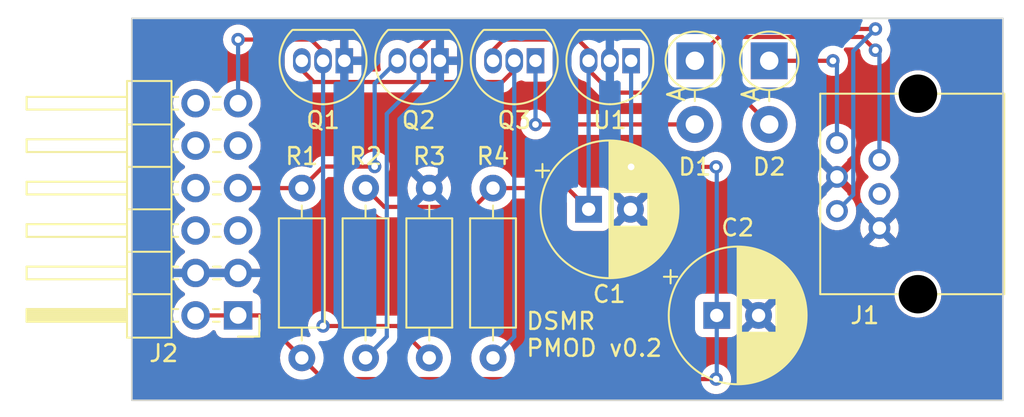
<source format=kicad_pcb>
(kicad_pcb (version 20221018) (generator pcbnew)
  (layers (0 "F.Cu" signal) (31 "B.Cu" signal) (34 "B.Paste" user) (35 "F.Paste" user) (36 "B.SilkS" user "B.Silkscreen") (37 "F.SilkS" user "F.Silkscreen") (38 "B.Mask" user) (39 "F.Mask" user) (44 "Edge.Cuts" user))
  (net 0 "")
  (net 1 "SM_DATA_REQUEST")
  (net 2 "Net-(D1-A)")
  (net 3 "Net-(D2-K)")
  (net 4 "+5V")
  (net 6 "~{SM_DATA}")
  (net 7 "GND")
  (net 8 "MCU_DATA")
  (net 9 "VCC")
  (net 14 "RTS")
  (net 15 "TXD")
  (net 16 "CTS")
  (net 17 "Net-(Q1-D)")
  (footprint "Capacitor_THT:CP_Radial_D8.0mm_P2.50mm" (layer "F.Cu") (at 120.015 62.23)
    (fp_text reference "C1" (at 1.23 5.08) (layer "F.SilkS"))
    (fp_text value "C_Polarized_Small")
    (pad "1" thru_hole rect (at 0 0) (size 1.6 1.6) (drill 0.8) (layers "*.Cu" "*.Mask") (net 4 "+5V"))
    (pad "2" thru_hole circle (at 2.5 0) (size 1.6 1.6) (drill 0.8) (layers "*.Cu" "*.Mask") (net 7 "GND"))
  )
  (footprint "Package_TO_SOT_THT:TO-92_Inline" (layer "F.Cu") (at 105.41 53.34 180)
    (fp_text reference "Q1" (at 1.27 -3.56) (layer "F.SilkS"))
    (fp_text value "2N7000")
    (pad "1" thru_hole rect (at 0 0 180) (size 1.05 1.5) (drill 0.75) (layers "*.Cu" "*.Mask") (net 7 "GND"))
    (pad "2" thru_hole oval (at 1.27 0 180) (size 1.05 1.5) (drill 0.75) (layers "*.Cu" "*.Mask") (net 16 "CTS"))
    (pad "3" thru_hole oval (at 2.54 0 180) (size 1.05 1.5) (drill 0.75) (layers "*.Cu" "*.Mask") (net 17 "Net-(Q1-D)"))
  )
  (footprint "Package_TO_SOT_THT:TO-92_Inline" (layer "F.Cu") (at 111.125 53.34 180)
    (fp_text reference "Q2" (at 1.27 -3.56) (layer "F.SilkS"))
    (fp_text value "2N7000")
    (pad "1" thru_hole rect (at 0 0 180) (size 1.05 1.5) (drill 0.75) (layers "*.Cu" "*.Mask") (net 7 "GND"))
    (pad "2" thru_hole oval (at 1.27 0 180) (size 1.05 1.5) (drill 0.75) (layers "*.Cu" "*.Mask") (net 6 "~{SM_DATA}"))
    (pad "3" thru_hole oval (at 2.54 0 180) (size 1.05 1.5) (drill 0.75) (layers "*.Cu" "*.Mask") (net 8 "MCU_DATA"))
  )
  (footprint "Connector_PinHeader_2.54mm:PinHeader_2x06_P2.54mm_Horizontal" (layer "F.Cu") (at 99.06 68.58 180)
    (fp_text reference "J2" (at 4.445 -2.27) (layer "F.SilkS"))
    (fp_text value "Conn_02x06_Odd_Even")
    (pad "1" thru_hole rect (at 0 0 180) (size 1.7 1.7) (drill 1) (layers "*.Cu" "*.Mask") (net 9 "VCC"))
    (pad "2" thru_hole oval (at 2.54 0 180) (size 1.7 1.7) (drill 1) (layers "*.Cu" "*.Mask") (net 9 "VCC"))
    (pad "3" thru_hole oval (at 0 2.54 180) (size 1.7 1.7) (drill 1) (layers "*.Cu" "*.Mask") (net 7 "GND"))
    (pad "4" thru_hole oval (at 2.54 2.54 180) (size 1.7 1.7) (drill 1) (layers "*.Cu" "*.Mask") (net 7 "GND"))
    (pad "5" thru_hole oval (at 0 5.08 180) (size 1.7 1.7) (drill 1) (layers "*.Cu" "*.Mask") (net 14 "RTS"))
    (pad "6" thru_hole oval (at 2.54 5.08 180) (size 1.7 1.7) (drill 1) (layers "*.Cu" "*.Mask"))
    (pad "7" thru_hole oval (at 0 7.62 180) (size 1.7 1.7) (drill 1) (layers "*.Cu" "*.Mask") (net 8 "MCU_DATA"))
    (pad "8" thru_hole oval (at 2.54 7.62 180) (size 1.7 1.7) (drill 1) (layers "*.Cu" "*.Mask"))
    (pad "9" thru_hole oval (at 0 10.16 180) (size 1.7 1.7) (drill 1) (layers "*.Cu" "*.Mask") (net 15 "TXD"))
    (pad "10" thru_hole oval (at 2.54 10.16 180) (size 1.7 1.7) (drill 1) (layers "*.Cu" "*.Mask"))
    (pad "11" thru_hole oval (at 0 12.7 180) (size 1.7 1.7) (drill 1) (layers "*.Cu" "*.Mask") (net 16 "CTS"))
    (pad "12" thru_hole oval (at 2.54 12.7 180) (size 1.7 1.7) (drill 1) (layers "*.Cu" "*.Mask"))
  )
  (footprint "Resistor_THT:R_Axial_DIN0207_L6.3mm_D2.5mm_P10.16mm_Horizontal" (layer "F.Cu") (at 106.68 60.96 -90)
    (fp_text reference "R2" (at -1.905 0 -180) (layer "F.SilkS"))
    (fp_text value "10k")
    (pad "1" thru_hole circle (at 0 0 270) (size 1.6 1.6) (drill 0.8) (layers "*.Cu" "*.Mask") (net 4 "+5V"))
    (pad "2" thru_hole oval (at 10.16 0 270) (size 1.6 1.6) (drill 0.8) (layers "*.Cu" "*.Mask") (net 6 "~{SM_DATA}"))
  )
  (footprint "Resistor_THT:R_Axial_DIN0207_L6.3mm_D2.5mm_P10.16mm_Horizontal" (layer "F.Cu") (at 110.49 60.96 -90)
    (fp_text reference "R3" (at -1.905 0 -180) (layer "F.SilkS"))
    (fp_text value "10k")
    (pad "1" thru_hole circle (at 0 0 270) (size 1.6 1.6) (drill 0.8) (layers "*.Cu" "*.Mask") (net 7 "GND"))
    (pad "2" thru_hole oval (at 10.16 0 270) (size 1.6 1.6) (drill 0.8) (layers "*.Cu" "*.Mask") (net 16 "CTS"))
  )
  (footprint "Diode_THT:D_DO-41_SOD81_P3.81mm_Vertical_AnodeUp" (layer "F.Cu") (at 130.81 53.34 -90)
    (fp_text reference "D2" (at 6.35 0 -180) (layer "F.SilkS"))
    (fp_text value "1N5819")
    (fp_text user "A" (at 2.01 1.1 90) (layer "F.SilkS"))
    (pad "1" thru_hole rect (at 0 0 270) (size 2.2 2.2) (drill 1.1) (layers "*.Cu" "*.Mask") (net 3 "Net-(D2-K)"))
    (pad "2" thru_hole oval (at 3.81 0 270) (size 2.2 2.2) (drill 1.1) (layers "*.Cu" "*.Mask") (net 4 "+5V"))
  )
  (footprint "Resistor_THT:R_Axial_DIN0207_L6.3mm_D2.5mm_P10.16mm_Horizontal" (layer "F.Cu") (at 114.3 60.96 -90)
    (fp_text reference "R4" (at -1.905 0 -180) (layer "F.SilkS"))
    (fp_text value "10k")
    (pad "1" thru_hole circle (at 0 0 270) (size 1.6 1.6) (drill 0.8) (layers "*.Cu" "*.Mask") (net 4 "+5V"))
    (pad "2" thru_hole oval (at 10.16 0 270) (size 1.6 1.6) (drill 0.8) (layers "*.Cu" "*.Mask") (net 17 "Net-(Q1-D)"))
  )
  (footprint "Diode_THT:D_DO-41_SOD81_P3.81mm_Vertical_AnodeUp" (layer "F.Cu") (at 126.365 53.34 -90)
    (fp_text reference "D1" (at 6.35 0 -180) (layer "F.SilkS"))
    (fp_text value "1N5819")
    (fp_text user "A" (at 2.01 1.1 -270) (layer "F.SilkS"))
    (pad "1" thru_hole rect (at 0 0 270) (size 2.2 2.2) (drill 1.1) (layers "*.Cu" "*.Mask") (net 1 "SM_DATA_REQUEST"))
    (pad "2" thru_hole oval (at 3.81 0 270) (size 2.2 2.2) (drill 1.1) (layers "*.Cu" "*.Mask") (net 2 "Net-(D1-A)"))
  )
  (footprint "Resistor_THT:R_Axial_DIN0207_L6.3mm_D2.5mm_P10.16mm_Horizontal" (layer "F.Cu") (at 102.87 71.12 90)
    (fp_text reference "R1" (at 12.065 0 180) (layer "F.SilkS"))
    (fp_text value "10k")
    (pad "1" thru_hole circle (at 0 0 90) (size 1.6 1.6) (drill 0.8) (layers "*.Cu" "*.Mask") (net 9 "VCC"))
    (pad "2" thru_hole oval (at 10.16 0 90) (size 1.6 1.6) (drill 0.8) (layers "*.Cu" "*.Mask") (net 8 "MCU_DATA"))
  )
  (footprint "Capacitor_THT:CP_Radial_D8.0mm_P2.50mm" (layer "F.Cu") (at 127.675 68.58)
    (fp_text reference "C2" (at 1.25 -5.25) (layer "F.SilkS"))
    (fp_text value "C_Polarized_Small")
    (pad "1" thru_hole rect (at 0 0) (size 1.6 1.6) (drill 0.8) (layers "*.Cu" "*.Mask") (net 9 "VCC"))
    (pad "2" thru_hole circle (at 2.5 0) (size 1.6 1.6) (drill 0.8) (layers "*.Cu" "*.Mask") (net 7 "GND"))
  )
  (footprint "AvS_Connector:RJ12" (layer "F.Cu") (at 134.86 61.31 -90)
    (fp_text reference "J1" (at 7.27 -1.665 unlocked) (layer "F.SilkS"))
    (fp_text value "RJ12")
    (pad "" np_thru_hole circle (at -6 -4.84 270) (size 2.3 2.3) (drill 2.3) (layers "*.Mask"))
    (pad "" np_thru_hole circle (at 6 -4.84 270) (size 2.3 2.3) (drill 2.3) (layers "*.Mask"))
    (pad "1" thru_hole circle (at -3.06 0 270) (size 1.3 1.3) (drill 0.8) (layers "*.Cu" "*.Mask") (net 3 "Net-(D2-K)"))
    (pad "2" thru_hole circle (at -2.04 -2.54 270) (size 1.3 1.3) (drill 0.8) (layers "*.Cu" "*.Mask") (net 1 "SM_DATA_REQUEST"))
    (pad "3" thru_hole circle (at -1.02 0 270) (size 1.3 1.3) (drill 0.8) (layers "*.Cu" "*.Mask") (net 7 "GND"))
    (pad "4" thru_hole circle (at 0 -2.54 270) (size 1.3 1.3) (drill 0.8) (layers "*.Cu" "*.Mask"))
    (pad "5" thru_hole circle (at 1.02 0 270) (size 1.3 1.3) (drill 0.8) (layers "*.Cu" "*.Mask") (net 6 "~{SM_DATA}"))
    (pad "6" thru_hole circle (at 2.04 -2.54 270) (size 1.3 1.3) (drill 0.8) (layers "*.Cu" "*.Mask") (net 7 "GND"))
  )
  (footprint "Package_TO_SOT_THT:TO-92_Inline" (layer "F.Cu") (at 122.555 53.34 180)
    (fp_text reference "U1" (at 1.27 -3.56) (layer "F.SilkS"))
    (fp_text value "LP2950-3.3_TO92")
    (pad "1" thru_hole rect (at 0 0 180) (size 1.05 1.5) (drill 0.75) (layers "*.Cu" "*.Mask") (net 9 "VCC"))
    (pad "2" thru_hole oval (at 1.27 0 180) (size 1.05 1.5) (drill 0.75) (layers "*.Cu" "*.Mask") (net 7 "GND"))
    (pad "3" thru_hole oval (at 2.54 0 180) (size 1.05 1.5) (drill 0.75) (layers "*.Cu" "*.Mask") (net 4 "+5V"))
  )
  (footprint "Package_TO_SOT_THT:TO-92_Inline" (layer "F.Cu") (at 116.84 53.34 180)
    (fp_text reference "Q3" (at 1.27 -3.56) (layer "F.SilkS"))
    (fp_text value "BS250")
    (pad "1" thru_hole rect (at 0 0 180) (size 1.05 1.5) (drill 0.75) (layers "*.Cu" "*.Mask") (net 2 "Net-(D1-A)"))
    (pad "2" thru_hole oval (at 1.27 0 180) (size 1.05 1.5) (drill 0.75) (layers "*.Cu" "*.Mask") (net 17 "Net-(Q1-D)"))
    (pad "3" thru_hole oval (at 2.54 0 180) (size 1.05 1.5) (drill 0.75) (layers "*.Cu" "*.Mask") (net 4 "+5V"))
  )
  (gr_rect (start 92.71 50.8) (end 144.78 73.66) (stroke (width 0.1)) (fill none) (layer "Edge.Cuts"))
  (gr_text "DSMR \nPMOD v0.2" (at 116.205 71.12) (layer "F.SilkS") (effects (font (size 1 1)) (justify left bottom)))
  (segment (start 127.79 51.915) (end 126.365 53.34) (width 0.25) (layer "F.Cu") (net 1))
  (segment (start 137.16 52.705) (end 136.37 51.915) (width 0.25) (layer "F.Cu") (net 1))
  (segment (start 136.37 51.915) (end 127.79 51.915) (width 0.25) (layer "F.Cu") (net 1))
  (via (at 137.16 52.705) (size 0.8) (drill 0.4) (layers "F.Cu" "B.Cu") (net 1))
  (segment (start 137.4 59.27) (end 137.4 52.945) (width 0.25) (layer "B.Cu") (net 1))
  (segment (start 137.4 52.945) (end 137.16 52.705) (width 0.25) (layer "B.Cu") (net 1))
  (segment (start 126.365 57.15) (end 116.84 57.15) (width 0.25) (layer "F.Cu") (net 2))
  (via (at 116.84 57.15) (size 0.8) (drill 0.4) (layers "F.Cu" "B.Cu") (net 2))
  (segment (start 116.84 57.15) (end 116.84 53.34) (width 0.25) (layer "B.Cu") (net 2))
  (segment (start 130.81 53.34) (end 134.62 53.34) (width 0.25) (layer "F.Cu") (net 3))
  (via (at 134.62 53.34) (size 0.8) (drill 0.4) (layers "F.Cu" "B.Cu") (net 3))
  (segment (start 134.62 53.34) (end 134.86 53.58) (width 0.25) (layer "B.Cu") (net 3))
  (segment (start 134.86 53.58) (end 134.86 58.25) (width 0.25) (layer "B.Cu") (net 3))
  (segment (start 121.37 55.245) (end 120.015 53.89) (width 0.25) (layer "F.Cu") (net 4))
  (segment (start 120.015 52.705) (end 120.015 53.34) (width 0.25) (layer "F.Cu") (net 4))
  (segment (start 106.68 60.96) (end 107.805 62.085) (width 0.25) (layer "F.Cu") (net 4))
  (segment (start 114.935 52.07) (end 119.38 52.07) (width 0.25) (layer "F.Cu") (net 4))
  (segment (start 114.3 60.96) (end 118.745 60.96) (width 0.25) (layer "F.Cu") (net 4))
  (segment (start 118.745 60.96) (end 120.015 62.23) (width 0.25) (layer "F.Cu") (net 4))
  (segment (start 107.805 62.085) (end 113.175 62.085) (width 0.25) (layer "F.Cu") (net 4))
  (segment (start 114.3 53.34) (end 114.3 52.705) (width 0.25) (layer "F.Cu") (net 4))
  (segment (start 130.81 57.15) (end 128.905 55.245) (width 0.25) (layer "F.Cu") (net 4))
  (segment (start 128.905 55.245) (end 121.37 55.245) (width 0.25) (layer "F.Cu") (net 4))
  (segment (start 120.015 53.89) (end 120.015 53.34) (width 0.25) (layer "F.Cu") (net 4))
  (segment (start 113.175 62.085) (end 114.3 60.96) (width 0.25) (layer "F.Cu") (net 4))
  (segment (start 119.38 52.07) (end 120.015 52.705) (width 0.25) (layer "F.Cu") (net 4))
  (segment (start 114.3 52.705) (end 114.935 52.07) (width 0.25) (layer "F.Cu") (net 4))
  (segment (start 120.015 62.23) (end 120.015 53.34) (width 0.25) (layer "B.Cu") (net 4))
  (segment (start 109.855 52.685) (end 111.105 51.435) (width 0.25) (layer "F.Cu") (net 6))
  (segment (start 109.855 53.34) (end 109.855 52.685) (width 0.25) (layer "F.Cu") (net 6))
  (segment (start 111.105 51.435) (end 137.16 51.435) (width 0.25) (layer "F.Cu") (net 6))
  (via (at 137.16 51.435) (size 0.8) (drill 0.4) (layers "F.Cu" "B.Cu") (net 6))
  (segment (start 106.68 71.12) (end 107.95 69.85) (width 0.25) (layer "B.Cu") (net 6))
  (segment (start 135.835 61.355) (end 134.86 62.33) (width 0.25) (layer "B.Cu") (net 6))
  (segment (start 109.855 54.61) (end 109.855 53.34) (width 0.25) (layer "B.Cu") (net 6))
  (segment (start 107.95 69.85) (end 107.95 56.515) (width 0.25) (layer "B.Cu") (net 6))
  (segment (start 107.95 56.515) (end 109.855 54.61) (width 0.25) (layer "B.Cu") (net 6))
  (segment (start 135.835 52.76) (end 135.835 61.355) (width 0.25) (layer "B.Cu") (net 6))
  (segment (start 137.16 51.435) (end 135.835 52.76) (width 0.25) (layer "B.Cu") (net 6))
  (segment (start 111.125 60.325) (end 110.49 60.96) (width 0.25) (layer "B.Cu") (net 7))
  (segment (start 121.285 61) (end 122.515 62.23) (width 0.25) (layer "B.Cu") (net 7))
  (segment (start 111.125 53.34) (end 111.125 60.325) (width 0.25) (layer "B.Cu") (net 7))
  (segment (start 121.285 53.34) (end 121.285 61) (width 0.25) (layer "B.Cu") (net 7))
  (segment (start 107.225 59.670893) (end 104.159107 59.670893) (width 0.25) (layer "F.Cu") (net 8))
  (segment (start 104.159107 59.670893) (end 102.87 60.96) (width 0.25) (layer "F.Cu") (net 8))
  (segment (start 99.06 60.96) (end 102.87 60.96) (width 0.25) (layer "F.Cu") (net 8))
  (via (at 107.225 59.670893) (size 0.8) (drill 0.4) (layers "F.Cu" "B.Cu") (net 8))
  (segment (start 108.585 53.34) (end 107.225 54.7) (width 0.25) (layer "B.Cu") (net 8))
  (segment (start 107.225 54.7) (end 107.225 59.670893) (width 0.25) (layer "B.Cu") (net 8))
  (segment (start 104.14 72.39) (end 127.635 72.39) (width 0.25) (layer "F.Cu") (net 9))
  (segment (start 96.52 68.58) (end 99.06 68.58) (width 0.25) (layer "F.Cu") (net 9))
  (segment (start 102.87 71.12) (end 104.14 72.39) (width 0.25) (layer "F.Cu") (net 9))
  (segment (start 122.555 59.69) (end 127.635 59.69) (width 0.25) (layer "F.Cu") (net 9))
  (segment (start 100.33 68.58) (end 102.87 71.12) (width 0.25) (layer "F.Cu") (net 9))
  (segment (start 99.06 68.58) (end 100.33 68.58) (width 0.25) (layer "F.Cu") (net 9))
  (via (at 127.635 59.69) (size 0.8) (drill 0.4) (layers "F.Cu" "B.Cu") (net 9))
  (via (at 127.635 72.39) (size 0.8) (drill 0.4) (layers "F.Cu" "B.Cu") (net 9))
  (via (at 122.555 59.69) (size 0.8) (drill 0.4) (layers "F.Cu" "B.Cu") (net 9))
  (segment (start 127.635 59.69) (end 127.675 59.73) (width 0.25) (layer "B.Cu") (net 9))
  (segment (start 127.675 72.35) (end 127.675 68.58) (width 0.25) (layer "B.Cu") (net 9))
  (segment (start 127.675 59.73) (end 127.675 68.58) (width 0.25) (layer "B.Cu") (net 9))
  (segment (start 122.555 59.69) (end 122.555 53.34) (width 0.25) (layer "B.Cu") (net 9))
  (segment (start 127.635 72.39) (end 127.675 72.35) (width 0.25) (layer "B.Cu") (net 9))
  (segment (start 104.14 53.34) (end 104.14 52.79) (width 0.25) (layer "F.Cu") (net 16))
  (segment (start 104.14 69.215) (end 108.585 69.215) (width 0.25) (layer "F.Cu") (net 16))
  (segment (start 103.42 52.07) (end 99.06 52.07) (width 0.25) (layer "F.Cu") (net 16))
  (segment (start 104.14 52.79) (end 103.42 52.07) (width 0.25) (layer "F.Cu") (net 16))
  (segment (start 108.585 69.215) (end 110.49 71.12) (width 0.25) (layer "F.Cu") (net 16))
  (via (at 99.06 52.07) (size 0.8) (drill 0.4) (layers "F.Cu" "B.Cu") (net 16))
  (via (at 104.14 69.215) (size 0.8) (drill 0.4) (layers "F.Cu" "B.Cu") (net 16))
  (segment (start 104.14 53.34) (end 104.14 69.215) (width 0.25) (layer "B.Cu") (net 16))
  (segment (start 99.06 52.07) (end 99.06 55.88) (width 0.25) (layer "B.Cu") (net 16))
  (segment (start 103.59 54.61) (end 114.85 54.61) (width 0.25) (layer "F.Cu") (net 17))
  (segment (start 102.87 53.34) (end 102.87 53.89) (width 0.25) (layer "F.Cu") (net 17))
  (segment (start 102.87 53.89) (end 103.59 54.61) (width 0.25) (layer "F.Cu") (net 17))
  (segment (start 115.57 53.89) (end 115.57 53.34) (width 0.25) (layer "F.Cu") (net 17))
  (segment (start 114.85 54.61) (end 115.57 53.89) (width 0.25) (layer "F.Cu") (net 17))
  (segment (start 115.57 53.34) (end 115.57 69.85) (width 0.25) (layer "B.Cu") (net 17))
  (segment (start 115.57 69.85) (end 114.3 71.12) (width 0.25) (layer "B.Cu") (net 17))
  (zone (net 7) (net_name "GND") (layers "F&B.Cu") (connect_pads (clearance 0.5)) (min_thickness 0.25) (fill yes (thermal_gap 0.5) (thermal_bridge_width 0.5))
    (polygon (pts (xy 92.71 50.8) (xy 144.78 50.8) (xy 144.78 73.66) (xy 92.71 73.66)))
  )
)
</source>
